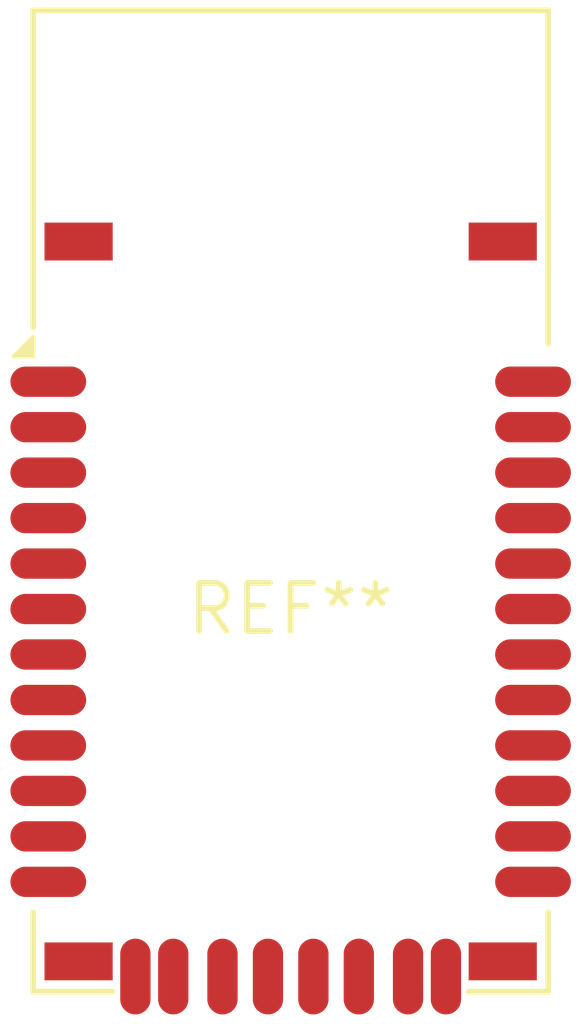
<source format=kicad_pcb>
(kicad_pcb (version 20240108) (generator pcbnew)
  (layers (0 "F.Cu" signal) (31 "B.Cu" signal) (34 "B.Paste" user) (35 "F.Paste" user) (36 "B.SilkS" user "B.Silkscreen") (37 "F.SilkS" user "F.Silkscreen") (38 "B.Mask" user) (39 "F.Mask" user) (44 "Edge.Cuts" user))
  (net 0 "")
  (footprint "RN42" (layer "F.Cu") (at 0 0)
    (property "Reference" "REF**")
    (property "Value" "RN42")
    (fp_line (start -6.8 -15.8) (end 6.8 -15.8) (layer "F.SilkS") (stroke (width 0.15)))
    (fp_line (start -6.8 -7.425) (end -6.8 -15.8) (layer "F.SilkS") (stroke (width 0.15)))
    (fp_line (start -6.8 10.1) (end -6.8 8) (layer "F.SilkS") (stroke (width 0.15)))
    (fp_line (start -4.7 10.1) (end -6.8 10.1) (layer "F.SilkS") (stroke (width 0.15)))
    (fp_line (start 4.7 10.1) (end 6.8 10.1) (layer "F.SilkS") (stroke (width 0.15)))
    (fp_line (start 6.8 -15.8) (end 6.8 -7) (layer "F.SilkS") (stroke (width 0.15)))
    (fp_line (start 6.8 10.1) (end 6.8 8) (layer "F.SilkS") (stroke (width 0.15)))
    (fp_poly (pts (xy -6.8 -6.675) (xy -7.3 -6.675) (xy -6.8 -7.175) (xy -6.8 -6.675)) (layer "F.SilkS") (stroke (width 0.12)) (fill solid))
    (pad "1" smd oval (at -6.4 -6) (size 2 0.8) (layers "F.Cu" "F.Paste" "F.Mask"))
    (pad "2" smd oval (at -6.4 -4.8) (size 2 0.8) (layers "F.Cu" "F.Paste" "F.Mask"))
    (pad "3" smd oval (at -6.4 -3.6) (size 2 0.8) (layers "F.Cu" "F.Paste" "F.Mask"))
    (pad "4" smd oval (at -6.4 -2.4) (size 2 0.8) (layers "F.Cu" "F.Paste" "F.Mask"))
    (pad "5" smd oval (at -6.4 -1.2) (size 2 0.8) (layers "F.Cu" "F.Paste" "F.Mask"))
    (pad "6" smd oval (at -6.4 0) (size 2 0.8) (layers "F.Cu" "F.Paste" "F.Mask"))
    (pad "7" smd oval (at -6.4 1.2) (size 2 0.8) (layers "F.Cu" "F.Paste" "F.Mask"))
    (pad "8" smd oval (at -6.4 2.4) (size 2 0.8) (layers "F.Cu" "F.Paste" "F.Mask"))
    (pad "9" smd oval (at -6.4 3.6) (size 2 0.8) (layers "F.Cu" "F.Paste" "F.Mask"))
    (pad "10" smd oval (at -6.4 4.8) (size 2 0.8) (layers "F.Cu" "F.Paste" "F.Mask"))
    (pad "11" smd oval (at -6.4 6) (size 2 0.8) (layers "F.Cu" "F.Paste" "F.Mask"))
    (pad "12" smd oval (at -6.4 7.2) (size 2 0.8) (layers "F.Cu" "F.Paste" "F.Mask"))
    (pad "13" smd oval (at 6.4 7.2) (size 2 0.8) (layers "F.Cu" "F.Paste" "F.Mask"))
    (pad "14" smd oval (at 6.4 6) (size 2 0.8) (layers "F.Cu" "F.Paste" "F.Mask"))
    (pad "15" smd oval (at 6.4 4.8) (size 2 0.8) (layers "F.Cu" "F.Paste" "F.Mask"))
    (pad "16" smd oval (at 6.4 3.6) (size 2 0.8) (layers "F.Cu" "F.Paste" "F.Mask"))
    (pad "17" smd oval (at 6.4 2.4) (size 2 0.8) (layers "F.Cu" "F.Paste" "F.Mask"))
    (pad "18" smd oval (at 6.4 1.2) (size 2 0.8) (layers "F.Cu" "F.Paste" "F.Mask"))
    (pad "19" smd oval (at 6.4 0) (size 2 0.8) (layers "F.Cu" "F.Paste" "F.Mask"))
    (pad "20" smd oval (at 6.4 -1.2) (size 2 0.8) (layers "F.Cu" "F.Paste" "F.Mask"))
    (pad "21" smd oval (at 6.4 -2.4) (size 2 0.8) (layers "F.Cu" "F.Paste" "F.Mask"))
    (pad "22" smd oval (at 6.4 -3.6) (size 2 0.8) (layers "F.Cu" "F.Paste" "F.Mask"))
    (pad "23" smd oval (at 6.4 -4.8) (size 2 0.8) (layers "F.Cu" "F.Paste" "F.Mask"))
    (pad "24" smd oval (at 6.4 -6) (size 2 0.8) (layers "F.Cu" "F.Paste" "F.Mask"))
    (pad "28" smd oval (at 3.1 9.7 90) (size 2 0.8) (layers "F.Cu" "F.Paste" "F.Mask"))
    (pad "29" smd oval (at -3.1 9.7 90) (size 2 0.8) (layers "F.Cu" "F.Paste" "F.Mask"))
    (pad "30" smd oval (at 4.1 9.7 90) (size 2 0.8) (layers "F.Cu" "F.Paste" "F.Mask"))
    (pad "31" smd oval (at 1.8 9.7 90) (size 2 0.8) (layers "F.Cu" "F.Paste" "F.Mask"))
    (pad "32" smd oval (at 0.6 9.7 90) (size 2 0.8) (layers "F.Cu" "F.Paste" "F.Mask"))
    (pad "33" smd oval (at -0.6 9.7 90) (size 2 0.8) (layers "F.Cu" "F.Paste" "F.Mask"))
    (pad "34" smd oval (at -1.8 9.7 90) (size 2 0.8) (layers "F.Cu" "F.Paste" "F.Mask"))
    (pad "35" smd oval (at -4.1 9.7 90) (size 2 0.8) (layers "F.Cu" "F.Paste" "F.Mask"))
    (pad "36" smd rect (at -5.6 -9.7) (size 1.8 1) (layers "F.Cu" "F.Paste" "F.Mask"))
    (pad "36" smd rect (at -5.6 9.3) (size 1.8 1) (layers "F.Cu" "F.Paste" "F.Mask"))
    (pad "36" smd rect (at 5.6 -9.7) (size 1.8 1) (layers "F.Cu" "F.Paste" "F.Mask"))
    (pad "36" smd rect (at 5.6 9.3) (size 1.8 1) (layers "F.Cu" "F.Paste" "F.Mask"))
  )
)
</source>
